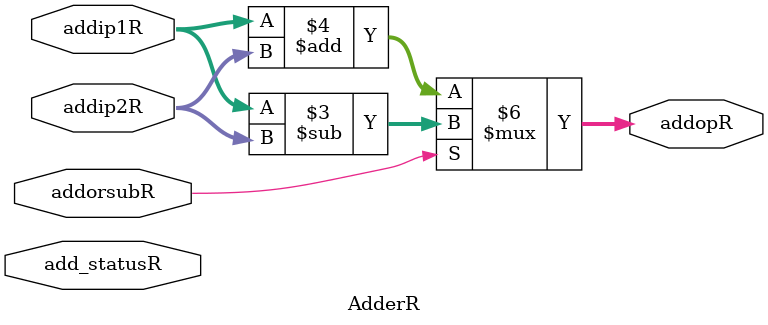
<source format=v>
`timescale 1ns / 1ps

module AdderR(add_statusR,addip1R,addip2R,addopR,addorsubR);

input add_statusR,addorsubR;
input [39:0] addip1R,addip2R;

output reg [39:0]addopR;

always @(addip1R or addip2R or addorsubR)
begin
	if(addorsubR == 1'b1)
		addopR=addip1R-addip2R;
	else
		addopR=addip1R+addip2R;
end

endmodule

</source>
